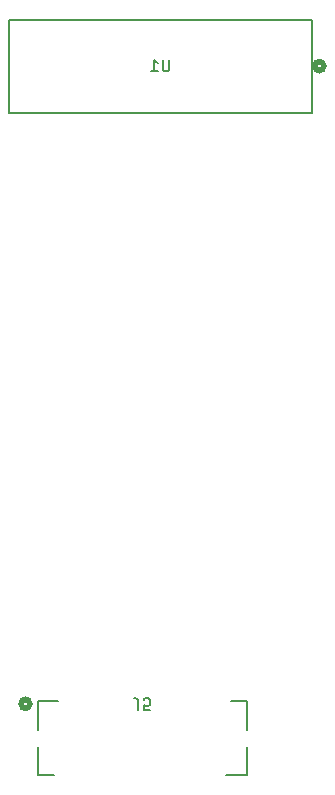
<source format=gbr>
%TF.GenerationSoftware,KiCad,Pcbnew,9.0.0-250-g02b756189b*%
%TF.CreationDate,2025-03-19T23:20:47-05:00*%
%TF.ProjectId,SSDTray,53534454-7261-4792-9e6b-696361645f70,rev?*%
%TF.SameCoordinates,Original*%
%TF.FileFunction,Legend,Bot*%
%TF.FilePolarity,Positive*%
%FSLAX46Y46*%
G04 Gerber Fmt 4.6, Leading zero omitted, Abs format (unit mm)*
G04 Created by KiCad (PCBNEW 9.0.0-250-g02b756189b) date 2025-03-19 23:20:47*
%MOMM*%
%LPD*%
G01*
G04 APERTURE LIST*
%ADD10C,0.150000*%
%ADD11C,0.152400*%
%ADD12C,0.508000*%
G04 APERTURE END LIST*
D10*
X47766665Y-161045180D02*
X47766665Y-160330895D01*
X47766665Y-160330895D02*
X47719046Y-160188038D01*
X47719046Y-160188038D02*
X47623808Y-160092800D01*
X47623808Y-160092800D02*
X47480951Y-160045180D01*
X47480951Y-160045180D02*
X47385713Y-160045180D01*
X48719046Y-161045180D02*
X48242856Y-161045180D01*
X48242856Y-161045180D02*
X48195237Y-160568990D01*
X48195237Y-160568990D02*
X48242856Y-160616609D01*
X48242856Y-160616609D02*
X48338094Y-160664228D01*
X48338094Y-160664228D02*
X48576189Y-160664228D01*
X48576189Y-160664228D02*
X48671427Y-160616609D01*
X48671427Y-160616609D02*
X48719046Y-160568990D01*
X48719046Y-160568990D02*
X48766665Y-160473752D01*
X48766665Y-160473752D02*
X48766665Y-160235657D01*
X48766665Y-160235657D02*
X48719046Y-160140419D01*
X48719046Y-160140419D02*
X48671427Y-160092800D01*
X48671427Y-160092800D02*
X48576189Y-160045180D01*
X48576189Y-160045180D02*
X48338094Y-160045180D01*
X48338094Y-160045180D02*
X48242856Y-160092800D01*
X48242856Y-160092800D02*
X48195237Y-160140419D01*
X50381904Y-105954819D02*
X50381904Y-106764342D01*
X50381904Y-106764342D02*
X50334285Y-106859580D01*
X50334285Y-106859580D02*
X50286666Y-106907200D01*
X50286666Y-106907200D02*
X50191428Y-106954819D01*
X50191428Y-106954819D02*
X50000952Y-106954819D01*
X50000952Y-106954819D02*
X49905714Y-106907200D01*
X49905714Y-106907200D02*
X49858095Y-106859580D01*
X49858095Y-106859580D02*
X49810476Y-106764342D01*
X49810476Y-106764342D02*
X49810476Y-105954819D01*
X48810476Y-106954819D02*
X49381904Y-106954819D01*
X49096190Y-106954819D02*
X49096190Y-105954819D01*
X49096190Y-105954819D02*
X49191428Y-106097676D01*
X49191428Y-106097676D02*
X49286666Y-106192914D01*
X49286666Y-106192914D02*
X49381904Y-106240533D01*
D11*
%TO.C,J5*%
X39272999Y-160283000D02*
X39272999Y-162673006D01*
X39272999Y-164146993D02*
X39272999Y-166537001D01*
X39272999Y-166537001D02*
X40592261Y-166537001D01*
X40992260Y-160283000D02*
X39272999Y-160283000D01*
X55207739Y-166537001D02*
X56927000Y-166537001D01*
X56927000Y-160283000D02*
X55607738Y-160283000D01*
X56927000Y-162673006D02*
X56927000Y-160283000D01*
X56927000Y-166537001D02*
X56927000Y-164146993D01*
D12*
X38579000Y-160500000D02*
G75*
G02*
X37817000Y-160500000I-381000J0D01*
G01*
X37817000Y-160500000D02*
G75*
G02*
X38579000Y-160500000I381000J0D01*
G01*
D11*
%TO.C,U1*%
X36793000Y-102563000D02*
X36793000Y-110437000D01*
X36793000Y-110437000D02*
X62447000Y-110437000D01*
X62447000Y-102563000D02*
X36793000Y-102563000D01*
X62447000Y-110437000D02*
X62447000Y-102563000D01*
D12*
X63463000Y-106500000D02*
G75*
G02*
X62701000Y-106500000I-381000J0D01*
G01*
X62701000Y-106500000D02*
G75*
G02*
X63463000Y-106500000I381000J0D01*
G01*
%TD*%
M02*

</source>
